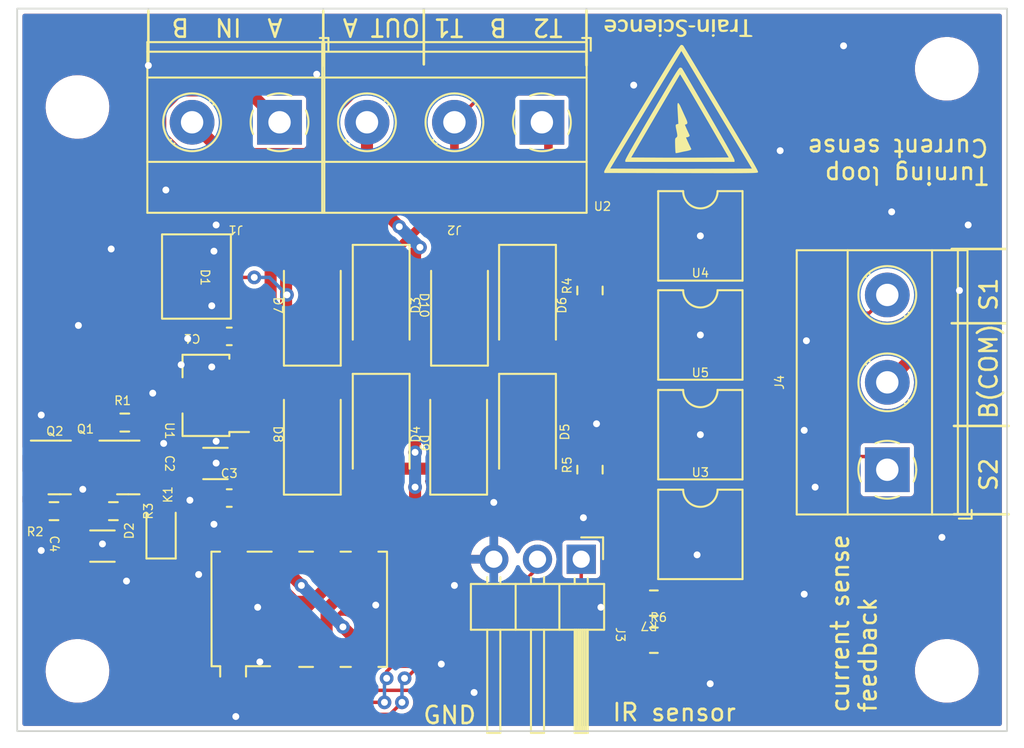
<source format=kicad_pcb>
(kicad_pcb (version 20221018) (generator pcbnew)
  (layers (0 "F.Cu" signal) (31 "B.Cu" signal) (34 "B.Paste" user) (35 "F.Paste" user) (36 "B.SilkS" user "B.Silkscreen") (37 "F.SilkS" user "F.Silkscreen") (38 "B.Mask" user) (39 "F.Mask" user) (44 "Edge.Cuts" user))
  (net 0 "")
  (net 1 "VCC")
  (net 2 "GND")
  (net 3 "+12V")
  (net 4 "/DCC_A_OUT")
  (net 5 "/DCC_B_OUT")
  (net 6 "/DCC_B_IN")
  (net 7 "/DCC_A_IN")
  (net 8 "Net-(D2-A)")
  (net 9 "Net-(J3-Pin_1)")
  (net 10 "Net-(Q1-B)")
  (net 11 "Net-(Q2-B)")
  (net 12 "Net-(C4-Pad1)")
  (net 13 "/S1")
  (net 14 "/S2")
  (net 15 "Net-(D3-A)")
  (net 16 "Net-(D5-K)")
  (net 17 "Net-(D7-K)")
  (net 18 "Net-(D10-K)")
  (net 19 "Net-(R4-Pad2)")
  (net 20 "Net-(R5-Pad2)")
  (net 21 "Net-(R6-Pad2)")
  (net 22 "Net-(R7-Pad1)")
  (net 23 "/T1")
  (net 24 "/T2")
  (footprint "Capacitor_SMD:C_0603_1608Metric" (layer "F.Cu") (at 131.318 51.054)
    (fp_text reference "C1" (at -2.159 0.127 180 unlocked) (layer "F.SilkS") (effects (font (size 0.5 0.5) (thickness 0.075))))
    (fp_text value "100nF")
    (pad "1" smd roundrect (at -0.775 0) (size 0.9 0.95) (layers "F.Cu" "F.Paste" "F.Mask") (net 2 "GND"))
    (pad "2" smd roundrect (at 0.775 0) (size 0.9 0.95) (layers "F.Cu" "F.Paste" "F.Mask") (net 1 "VCC"))
  )
  (footprint "MountingHole:MountingHole_3.2mm_M3" (layer "F.Cu") (at 173 70.5)
    (fp_text reference "REF**" hide)
    (fp_text value "MountingHole_3.2mm_M3")
    (pad "" np_thru_hole circle (at 0 0) (size 3.2 3.2) (drill 3.2) (layers "*.Cu" "*.Mask"))
  )
  (footprint "Diode_SMD:D_SMA" (layer "F.Cu") (at 144.694 49.244 90)
    (fp_text reference "D10" (at 0 -2.05 270 unlocked) (layer "F.SilkS") (effects (font (size 0.5 0.5) (thickness 0.075))))
    (fp_text value "D")
    (pad "1" smd roundrect (at -2 0 90) (size 2.5 1.8) (layers "F.Cu" "F.Paste" "F.Mask") (roundrect_rratio 0.1388888889) (net 18 "Net-(D10-K)"))
    (pad "2" smd roundrect (at 2 0 90) (size 2.5 1.8) (layers "F.Cu" "F.Paste" "F.Mask") (roundrect_rratio 0.1388888889) (net 24 "/T2"))
  )
  (footprint "custom_kicad_lib_sk:R_0805_handsolder-smalltext" (layer "F.Cu") (at 152.273 58.801 90)
    (fp_text reference "R5" (at 0.275 -1.325 90) (layer "F.SilkS") (effects (font (size 0.5 0.5) (thickness 0.075))))
    (fp_text value "47R")
    (pad "1" smd roundrect (at -1 0 90) (size 1.2 1.4) (layers "F.Cu" "F.Paste" "F.Mask") (roundrect_rratio 0.208333) (net 5 "/DCC_B_OUT"))
    (pad "2" smd roundrect (at 1 0 90) (size 1.2 1.4) (layers "F.Cu" "F.Paste" "F.Mask") (roundrect_rratio 0.208333) (net 20 "Net-(R5-Pad2)"))
  )
  (footprint "Connector_PinHeader_2.54mm:PinHeader_1x03_P2.54mm_Horizontal" (layer "F.Cu") (at 151.765 64.008 -90)
    (fp_text reference "J3" (at 4.385 -2.27 -90 unlocked) (layer "F.SilkS") (effects (font (size 0.5 0.5) (thickness 0.075))))
    (fp_text value "Conn_01x03_Male")
    (pad "1" thru_hole rect (at 0 0 270) (size 1.7 1.7) (drill 1) (layers "*.Cu" "*.Mask") (net 9 "Net-(J3-Pin_1)"))
    (pad "2" thru_hole oval (at 0 2.54 270) (size 1.7 1.7) (drill 1) (layers "*.Cu" "*.Mask") (net 3 "+12V"))
    (pad "3" thru_hole oval (at 0 5.08 270) (size 1.7 1.7) (drill 1) (layers "*.Cu" "*.Mask") (net 2 "GND"))
  )
  (footprint "MountingHole:MountingHole_3.2mm_M3" (layer "F.Cu") (at 122.5 37.719)
    (fp_text reference "REF**" hide)
    (fp_text value "MountingHole_3.2mm_M3")
    (pad "" np_thru_hole circle (at 0 0) (size 3.2 3.2) (drill 3.2) (layers "F&B.Cu" "*.Mask"))
  )
  (footprint "TerminalBlock_Phoenix:TerminalBlock_Phoenix_MKDS-1,5-3-5.08_1x03_P5.08mm_Horizontal" (layer "F.Cu") (at 169.545 58.806 90)
    (fp_text reference "J4" (at 5.08 -6.26 90 unlocked) (layer "F.SilkS") (effects (font (size 0.5 0.5) (thickness 0.075))))
    (fp_text value "DCC_OUT")
    (pad "1" thru_hole rect (at 0 0 90) (size 2.6 2.6) (drill 1.3) (layers "*.Cu" "*.Mask") (net 14 "/S2"))
    (pad "2" thru_hole circle (at 5.08 0 90) (size 2.6 2.6) (drill 1.3) (layers "*.Cu" "*.Mask") (net 6 "/DCC_B_IN"))
    (pad "3" thru_hole circle (at 10.16 0 90) (size 2.6 2.6) (drill 1.3) (layers "*.Cu" "*.Mask") (net 13 "/S1"))
  )
  (footprint "TerminalBlock_Phoenix:TerminalBlock_Phoenix_MKDS-1,5-3-5.08_1x03_P5.08mm_Horizontal" (layer "F.Cu") (at 149.479 38.608 180)
    (fp_text reference "J2" (at 5.08 -6.26 180 unlocked) (layer "F.SilkS") (effects (font (size 0.5 0.5) (thickness 0.075))))
    (fp_text value "DCC_OUT")
    (pad "1" thru_hole rect (at 0 0 180) (size 2.6 2.6) (drill 1.3) (layers "*.Cu" "*.Mask") (net 24 "/T2"))
    (pad "2" thru_hole circle (at 5.08 0 180) (size 2.6 2.6) (drill 1.3) (layers "*.Cu" "*.Mask") (net 23 "/T1"))
    (pad "3" thru_hole circle (at 10.16 0 180) (size 2.6 2.6) (drill 1.3) (layers "*.Cu" "*.Mask") (net 4 "/DCC_A_OUT"))
  )
  (footprint "Diode_SMD:D_SMA" (layer "F.Cu") (at 148.644 56.744 -90)
    (fp_text reference "D5" (at -0.134 -2.168 90 unlocked) (layer "F.SilkS") (effects (font (size 0.5 0.5) (thickness 0.075))))
    (fp_text value "D")
    (pad "1" smd roundrect (at -2 0 270) (size 2.5 1.8) (layers "F.Cu" "F.Paste" "F.Mask") (roundrect_rratio 0.1388888889) (net 16 "Net-(D5-K)"))
    (pad "2" smd roundrect (at 2 0 270) (size 2.5 1.8) (layers "F.Cu" "F.Paste" "F.Mask") (roundrect_rratio 0.1388888889) (net 5 "/DCC_B_OUT"))
  )
  (footprint "custom_kicad_lib_sk:R_0603_smalltext" (layer "F.Cu") (at 121.1345 61.214)
    (fp_text reference "R2" (at -1.092 1.199 unlocked) (layer "F.SilkS") (effects (font (size 0.5 0.5) (thickness 0.075))))
    (fp_text value "4k7")
    (pad "1" smd roundrect (at -0.9125 0) (size 0.975 0.95) (layers "F.Cu" "F.Paste" "F.Mask") (net 11 "Net-(Q2-B)"))
    (pad "2" smd roundrect (at 0.9125 0) (size 0.975 0.95) (layers "F.Cu" "F.Paste" "F.Mask") (net 12 "Net-(C4-Pad1)"))
  )
  (footprint "custom_kicad_lib_sk:Train-Science logo small" (layer "F.Cu") (at 157.5 37 180)
    (fp_text reference "G***" hide)
    (fp_text value "LOGO" hide)
  )
  (footprint "MountingHole:MountingHole_3.2mm_M3" (layer "F.Cu") (at 122.5 70.5)
    (fp_text reference "REF**" hide)
    (fp_text value "MountingHole_3.2mm_M3")
    (pad "" np_thru_hole circle (at 0 0) (size 3.2 3.2) (drill 3.2) (layers "F&B.Cu" "*.Mask"))
  )
  (footprint "Diode_SMD:D_SOD-323" (layer "F.Cu") (at 127.3575 62.357 90)
    (fp_text reference "D2" (at 0 -1.85 90 unlocked) (layer "F.SilkS") (effects (font (size 0.5 0.5) (thickness 0.075))))
    (fp_text value "1N4148WS")
    (pad "1" smd roundrect (at -1.05 0 90) (size 0.6 0.45) (layers "F.Cu" "F.Paste" "F.Mask") (net 3 "+12V"))
    (pad "2" smd roundrect (at 1.05 0 90) (size 0.6 0.45) (layers "F.Cu" "F.Paste" "F.Mask") (net 8 "Net-(D2-A)"))
  )
  (footprint "custom_kicad_lib_sk:MB10s" (layer "F.Cu") (at 129.413 47.625 -90)
    (fp_text reference "D1" (at 0 -0.5 -90 unlocked) (layer "F.SilkS") (effects (font (size 0.5 0.5) (thickness 0.075))))
    (fp_text value "MB10S")
    (pad "1" smd roundrect (at 1.275 -2.7715 180) (size 1.343 0.85) (layers "F.Cu" "F.Paste" "F.Mask") (net 1 "VCC"))
    (pad "2" smd roundrect (at -1.27 -2.7715 180) (size 1.343 0.84) (layers "F.Cu" "F.Paste" "F.Mask") (net 2 "GND"))
    (pad "3" smd roundrect (at -1.27 2.8215 180) (size 1.443 0.84) (layers "F.Cu" "F.Paste" "F.Mask") (net 7 "/DCC_A_IN"))
    (pad "4" smd roundrect (at 1.27 2.8215 180) (size 1.443 0.84) (layers "F.Cu" "F.Paste" "F.Mask") (net 6 "/DCC_B_IN"))
  )
  (footprint "Package_DIP:SMDIP-4_W7.62mm" (layer "F.Cu") (at 158.686 45.212)
    (fp_text reference "U2" (at -5.686 -1.712 unlocked) (layer "F.SilkS") (effects (font (size 0.5 0.5) (thickness 0.075))))
    (fp_text value "EL817S")
    (pad "1" smd rect (at -3.81 -1.27) (size 2 1.78) (layers "F.Cu" "F.Paste" "F.Mask") (net 23 "/T1"))
    (pad "2" smd rect (at -3.81 1.27) (size 2 1.78) (layers "F.Cu" "F.Paste" "F.Mask") (net 19 "Net-(R4-Pad2)"))
    (pad "3" smd rect (at 3.81 1.27) (size 2 1.78) (layers "F.Cu" "F.Paste" "F.Mask") (net 13 "/S1"))
    (pad "4" smd rect (at 3.81 -1.27) (size 2 1.78) (layers "F.Cu" "F.Paste" "F.Mask") (net 21 "Net-(R6-Pad2)"))
  )
  (footprint "Diode_SMD:D_SMA" (layer "F.Cu") (at 144.644 56.744 90)
    (fp_text reference "D9" (at -0.5 -2 270 unlocked) (layer "F.SilkS") (effects (font (size 0.5 0.5) (thickness 0.075))))
    (fp_text value "D")
    (pad "1" smd roundrect (at -2 0 90) (size 2.5 1.8) (layers "F.Cu" "F.Paste" "F.Mask") (roundrect_rratio 0.1388888889) (net 5 "/DCC_B_OUT"))
    (pad "2" smd roundrect (at 2 0 90) (size 2.5 1.8) (layers "F.Cu" "F.Paste" "F.Mask") (roundrect_rratio 0.1388888889) (net 18 "Net-(D10-K)"))
  )
  (footprint "custom_kicad_lib_sk:R_0805_handsolder-smalltext" (layer "F.Cu") (at 155.983 68.718)
    (fp_text reference "R6" (at 0.275 -1.325 unlocked) (layer "F.SilkS") (effects (font (size 0.5 0.5) (thickness 0.075))))
    (fp_text value "3k3")
    (pad "1" smd roundrect (at -1 0) (size 1.2 1.4) (layers "F.Cu" "F.Paste" "F.Mask") (roundrect_rratio 0.208333) (net 7 "/DCC_A_IN"))
    (pad "2" smd roundrect (at 1 0) (size 1.2 1.4) (layers "F.Cu" "F.Paste" "F.Mask") (roundrect_rratio 0.208333) (net 21 "Net-(R6-Pad2)"))
  )
  (footprint "Package_TO_SOT_SMD:SOT-23" (layer "F.Cu") (at 125.4525 58.674)
    (fp_text reference "Q1" (at -2.489 -2.23 unlocked) (layer "F.SilkS") (effects (font (size 0.5 0.5) (thickness 0.075))))
    (fp_text value "NPN_TOR")
    (pad "1" smd roundrect (at -0.9375 -0.95) (size 1.475 0.6) (layers "F.Cu" "F.Paste" "F.Mask") (net 10 "Net-(Q1-B)"))
    (pad "2" smd roundrect (at -0.9375 0.95) (size 1.475 0.6) (layers "F.Cu" "F.Paste" "F.Mask") (net 2 "GND"))
    (pad "3" smd roundrect (at 0.9375 0) (size 1.475 0.6) (layers "F.Cu" "F.Paste" "F.Mask") (net 8 "Net-(D2-A)"))
  )
  (footprint "Package_DIP:SMDIP-4_W7.62mm" (layer "F.Cu") (at 158.686 62.565)
    (fp_text reference "U3" (at 0 -3.6 unlocked) (layer "F.SilkS") (effects (font (size 0.5 0.5) (thickness 0.075))))
    (fp_text value "EL817S")
    (pad "1" smd rect (at -3.81 -1.27) (size 2 1.78) (layers "F.Cu" "F.Paste" "F.Mask") (net 20 "Net-(R5-Pad2)"))
    (pad "2" smd rect (at -3.81 1.27) (size 2 1.78) (layers "F.Cu" "F.Paste" "F.Mask") (net 24 "/T2"))
    (pad "3" smd rect (at 3.81 1.27) (size 2 1.78) (layers "F.Cu" "F.Paste" "F.Mask") (net 22 "Net-(R7-Pad1)"))
    (pad "4" smd rect (at 3.81 -1.27) (size 2 1.78) (layers "F.Cu" "F.Paste" "F.Mask") (net 14 "/S2"))
  )
  (footprint "Package_TO_SOT_SMD:SOT-23" (layer "F.Cu") (at 121.467 58.674)
    (fp_text reference "Q2" (at -0.2815 -2.103 unlocked) (layer "F.SilkS") (effects (font (size 0.5 0.5) (thickness 0.075))))
    (fp_text value "NPN_TOR")
    (pad "1" smd roundrect (at -0.9375 -0.95) (size 1.475 0.6) (layers "F.Cu" "F.Paste" "F.Mask") (net 11 "Net-(Q2-B)"))
    (pad "2" smd roundrect (at -0.9375 0.95) (size 1.475 0.6) (layers "F.Cu" "F.Paste" "F.Mask") (net 2 "GND"))
    (pad "3" smd roundrect (at 0.9375 0) (size 1.475 0.6) (layers "F.Cu" "F.Paste" "F.Mask") (net 10 "Net-(Q1-B)"))
  )
  (footprint "Capacitor_SMD:C_1206_3216Metric" (layer "F.Cu") (at 123.952 63.246)
    (fp_text reference "C4" (at -2.794 -0.127 -90 unlocked) (layer "F.SilkS") (effects (font (size 0.5 0.5) (thickness 0.075))))
    (fp_text value "22uF")
    (pad "1" smd roundrect (at -1.475 0) (size 1.15 1.8) (layers "F.Cu" "F.Paste" "F.Mask") (roundrect_rratio 0.217391) (net 12 "Net-(C4-Pad1)"))
    (pad "2" smd roundrect (at 1.475 0) (size 1.15 1.8) (layers "F.Cu" "F.Paste" "F.Mask") (roundrect_rratio 0.217391) (net 2 "GND"))
  )
  (footprint "TerminalBlock_Phoenix:TerminalBlock_Phoenix_MKDS-1,5-2-5.08_1x02_P5.08mm_Horizontal" (layer "F.Cu") (at 134.239 38.608 180)
    (fp_text reference "J1" (at 2.54 -6.26 180 unlocked) (layer "F.SilkS") (effects (font (size 0.5 0.5) (thickness 0.075))))
    (fp_text value "DCC_IN")
    (pad "1" thru_hole rect (at 0 0 180) (size 2.6 2.6) (drill 1.3) (layers "*.Cu" "*.Mask") (net 7 "/DCC_A_IN"))
    (pad "2" thru_hole circle (at 5.08 0 180) (size 2.6 2.6) (drill 1.3) (layers "*.Cu" "*.Mask") (net 6 "/DCC_B_IN"))
  )
  (footprint "Package_DIP:SMDIP-4_W7.62mm" (layer "F.Cu") (at 158.686 50.973)
    (fp_text reference "U4" (at 0 -3.6 unlocked) (layer "F.SilkS") (effects (font (size 0.5 0.5) (thickness 0.075))))
    (fp_text value "EL817S")
    (pad "1" smd rect (at -3.81 -1.27) (size 2 1.78) (layers "F.Cu" "F.Paste" "F.Mask") (net 19 "Net-(R4-Pad2)"))
    (pad "2" smd rect (at -3.81 1.27) (size 2 1.78) (layers "F.Cu" "F.Paste" "F.Mask") (net 23 "/T1"))
    (pad "3" smd rect (at 3.81 1.27) (size 2 1.78) (layers "F.Cu" "F.Paste" "F.Mask") (net 21 "Net-(R6-Pad2)"))
    (pad "4" smd rect (at 3.81 -1.27) (size 2 1.78) (layers "F.Cu" "F.Paste" "F.Mask") (net 13 "/S1"))
  )
  (footprint "Diode_SMD:D_SMA" (layer "F.Cu") (at 136.144 49.244 90)
    (fp_text reference "D7" (at 0 -2 270 unlocked) (layer "F.SilkS") (effects (font (size 0.5 0.5) (thickness 0.075))))
    (fp_text value "D")
    (pad "1" smd roundrect (at -2 0 90) (size 2.5 1.8) (layers "F.Cu" "F.Paste" "F.Mask") (roundrect_rratio 0.1388888889) (net 17 "Net-(D7-K)"))
    (pad "2" smd roundrect (at 2 0 90) (size 2.5 1.8) (layers "F.Cu" "F.Paste" "F.Mask") (roundrect_rratio 0.1388888889) (net 23 "/T1"))
  )
  (footprint "Package_DIP:SMDIP-4_W7.62mm" (layer "F.Cu") (at 158.686 56.769)
    (fp_text reference "U5" (at 0 -3.6 unlocked) (layer "F.SilkS") (effects (font (size 0.5 0.5) (thickness 0.075))))
    (fp_text value "EL817S")
    (pad "1" smd rect (at -3.81 -1.27) (size 2 1.78) (layers "F.Cu" "F.Paste" "F.Mask") (net 24 "/T2"))
    (pad "2" smd rect (at -3.81 1.27) (size 2 1.78) (layers "F.Cu" "F.Paste" "F.Mask") (net 20 "Net-(R5-Pad2)"))
    (pad "3" smd rect (at 3.81 1.27) (size 2 1.78) (layers "F.Cu" "F.Paste" "F.Mask") (net 14 "/S2"))
    (pad "4" smd rect (at 3.81 -1.27) (size 2 1.78) (layers "F.Cu" "F.Paste" "F.Mask") (net 22 "Net-(R7-Pad1)"))
  )
  (footprint "custom_kicad_lib_sk:R_0805_handsolder-smalltext" (layer "F.Cu") (at 152.273 48.387 90)
    (fp_text reference "R4" (at 0.275 -1.325 90) (layer "F.SilkS") (effects (font (size 0.5 0.5) (thickness 0.075))))
    (fp_text value "47R")
    (pad "1" smd roundrect (at -1 0 90) (size 1.2 1.4) (layers "F.Cu" "F.Paste" "F.Mask") (roundrect_rratio 0.208333) (net 5 "/DCC_B_OUT"))
    (pad "2" smd roundrect (at 1 0 90) (size 1.2 1.4) (layers "F.Cu" "F.Paste" "F.Mask") (roundrect_rratio 0.208333) (net 19 "Net-(R4-Pad2)"))
  )
  (footprint "Diode_SMD:D_SMA" (layer "F.Cu") (at 140.144 56.744 -90)
    (fp_text reference "D4" (at 0 -2 90 unlocked) (layer "F.SilkS") (effects (font (size 0.5 0.5) (thickness 0.075))))
    (fp_text value "D")
    (pad "1" smd roundrect (at -2 0 270) (size 2.5 1.8) (layers "F.Cu" "F.Paste" "F.Mask") (roundrect_rratio 0.1388888889) (net 15 "Net-(D3-A)"))
    (pad "2" smd roundrect (at 2 0 270) (size 2.5 1.8) (layers "F.Cu" "F.Paste" "F.Mask") (roundrect_rratio 0.1388888889) (net 5 "/DCC_B_OUT"))
  )
  (footprint "Capacitor_SMD:C_0603_1608Metric" (layer "F.Cu") (at 131.318 60.452)
    (fp_text reference "C3" (at 0 -1.43 unlocked) (layer "F.SilkS") (effects (font (size 0.5 0.5) (thickness 0.075))))
    (fp_text value "100nF")
    (pad "1" smd roundrect (at -0.775 0) (size 0.9 0.95) (layers "F.Cu" "F.Paste" "F.Mask") (net 2 "GND"))
    (pad "2" smd roundrect (at 0.775 0) (size 0.9 0.95) (layers "F.Cu" "F.Paste" "F.Mask") (net 3 "+12V"))
  )
  (footprint "Diode_SMD:D_SMA" (layer "F.Cu") (at 136.144 56.744 90)
    (fp_text reference "D8" (at 0 -2 270 unlocked) (layer "F.SilkS") (effects (font (size 0.5 0.5) (thickness 0.075))))
    (fp_text value "D")
    (pad "1" smd roundrect (at -2 0 90) (size 2.5 1.8) (layers "F.Cu" "F.Paste" "F.Mask") (roundrect_rratio 0.1388888889) (net 5 "/DCC_B_OUT"))
    (pad "2" smd roundrect (at 2 0 90) (size 2.5 1.8) (layers "F.Cu" "F.Paste" "F.Mask") (roundrect_rratio 0.1388888889) (net 17 "Net-(D7-K)"))
  )
  (footprint "Diode_SMD:D_SMA" (layer "F.Cu") (at 140.144 49.244 -90)
    (fp_text reference "D3" (at 0 -2 90 unlocked) (layer "F.SilkS") (effects (font (size 0.5 0.5) (thickness 0.075))))
    (fp_text value "D")
    (pad "1" smd roundrect (at -2 0 270) (size 2.5 1.8) (layers "F.Cu" "F.Paste" "F.Mask") (roundrect_rratio 0.1388888889) (net 23 "/T1"))
    (pad "2" smd roundrect (at 2 0 270) (size 2.5 1.8) (layers "F.Cu" "F.Paste" "F.Mask") (roundrect_rratio 0.1388888889) (net 15 "Net-(D3-A)"))
  )
  (footprint "Relay_SMD:Relay_DPDT_Omron_G6K-2F-Y" (layer "F.Cu") (at 135.382 66.929 90)
    (fp_text reference "K1" (at 6.675 -7.6235 90 unlocked) (layer "F.SilkS") (effects (font (size 0.5 0.5) (thickness 0.075))))
    (fp_text value "G6K-2F-Y-TR DC5")
    (pad "1" smd rect (at -3.5 -3.8 90) (size 1.8 0.8) (layers "F.Cu" "F.Paste" "F.Mask") (net 3 "+12V"))
    (pad "2" smd rect (at -3.5 -0.6 90) (size 1.8 0.8) (layers "F.Cu" "F.Paste" "F.Mask") (net 7 "/DCC_A_IN"))
    (pad "3" smd rect (at -3.5 1.6 90) (size 1.8 0.8) (layers "F.Cu" "F.Paste" "F.Mask") (net 4 "/DCC_A_OUT"))
    (pad "4" smd rect (at -3.5 3.8 90) (size 1.8 0.8) (layers "F.Cu" "F.Paste" "F.Mask") (net 6 "/DCC_B_IN"))
    (pad "5" smd rect (at 3.5 3.8 90) (size 1.8 0.8) (layers "F.Cu" "F.Paste" "F.Mask") (net 7 "/DCC_A_IN"))
    (pad "6" smd rect (at 3.5 1.6 90) (size 1.8 0.8) (layers "F.Cu" "F.Paste" "F.Mask") (net 5 "/DCC_B_OUT"))
    (pad "7" smd rect (at 3.5 -0.6 90) (size 1.8 0.8) (layers "F.Cu" "F.Paste" "F.Mask") (net 6 "/DCC_B_IN"))
    (pad "8" smd rect (at 3.5 -3.8 90) (size 1.8 0.8) (layers "F.Cu" "F.Paste" "F.Mask") (net 8 "Net-(D2-A)"))
  )
  (footprint "MountingHole:MountingHole_3.2mm_M3" (layer "F.Cu") (at 173 35.5)
    (fp_text reference "REF**" hide)
    (fp_text value "MountingHole_3.2mm_M3")
    (pad "" np_thru_hole circle (at 0 0) (size 3.2 3.2) (drill 3.2) (layers "F&B.Cu" "*.Mask"))
  )
  (footprint "custom_kicad_lib_sk:R_0805_handsolder-smalltext" (layer "F.Cu") (at 155.983 66.559 180)
    (fp_text reference "R7" (at 0.275 -1.325 180 unlocked) (layer "F.SilkS") (effects (font (size 0.5 0.5) (thickness 0.075))))
    (fp_text value "3k3")
    (pad "1" smd roundrect (at -1 0 180) (size 1.2 1.4) (layers "F.Cu" "F.Paste" "F.Mask") (roundrect_rratio 0.208333) (net 22 "Net-(R7-Pad1)"))
    (pad "2" smd roundrect (at 1 0 180) (size 1.2 1.4) (layers "F.Cu" "F.Paste" "F.Mask") (roundrect_rratio 0.208333) (net 7 "/DCC_A_IN"))
  )
  (footprint "custom_kicad_lib_sk:R_0603_smalltext" (layer "F.Cu") (at 124.587 61.214)
    (fp_text reference "R3" (at 2.032 0 90 unlocked) (layer "F.SilkS") (effects (font (size 0.5 0.5) (thickness 0.075))))
    (fp_text value "4k7")
    (pad "1" smd roundrect (at -0.9125 0) (size 0.975 0.95) (layers "F.Cu" "F.Paste" "F.Mask") (net 12 "Net-(C4-Pad1)"))
    (pad "2" smd roundrect (at 0.9125 0) (size 0.975 0.95) (layers "F.Cu" "F.Paste" "F.Mask") (net 9 "Net-(J3-Pin_1)"))
  )
  (footprint "Diode_SMD:D_SMA" (layer "F.Cu") (at 148.644 49.244 -90)
    (fp_text reference "D6" (at 0 -2 90 unlocked) (layer "F.SilkS") (effects (font (size 0.5 0.5) (thickness 0.075))))
    (fp_text value "D")
    (pad "1" smd roundrect (at -2 0 270) (size 2.5 1.8) (layers "F.Cu" "F.Paste" "F.Mask") (roundrect_rratio 0.1388888889) (net 24 "/T2"))
    (pad "2" smd roundrect (at 2 0 270) (size 2.5 1.8) (layers "F.Cu" "F.Paste" "F.Mask") (roundrect_rratio 0.1388888889) (net 16 "Net-(D5-K)"))
  )
  (footprint "custom_kicad_lib_sk:R_0603_smalltext" (layer "F.Cu") (at 125.2495 56.063 180)
    (fp_text reference "R1" (at 0.127 1.27 unlocked) (layer "F.SilkS") (effects (font (size 0.5 0.5) (thickness 0.075))))
    (fp_text value "10k")
    (pad "1" smd roundrect (at -0.9125 0 180) (size 0.975 0.95) (layers "F.Cu" "F.Paste" "F.Mask") (net 3 "+12V"))
    (pad "2" smd roundrect (at 0.9125 0 180) (size 0.975 0.95) (layers "F.Cu" "F.Paste" "F.Mask") (net 10 "Net-(Q1-B)"))
  )
  (footprint "Package_TO_SOT_SMD:SOT-89-3" (layer "F.Cu") (at 129.9635 54.483 180)
    (fp_text reference "U1" (at 2.114 -2.056 270 unlocked) (layer "F.SilkS") (effects (font (size 0.5 0.5) (thickness 0.075))))
    (fp_text value "L78L12_SOT89")
    (pad "1" smd rect (at -1.95 -1.5 180) (size 1.3 0.9) (layers "F.Cu" "F.Paste" "F.Mask") (net 3 "+12V"))
    (pad "2" smd custom (at -1.8625 0 180) (size 1.475 0.9) (layers "F.Cu" "F.Paste" "F.Mask") (net 2 "GND") (options (clearance outline) (anchor rect)) (primitives (gr_poly (pts (xy 3.8625 0.8665) (xy 0.7375 0.8665) (xy 0.7375 -0.8665) (xy 3.8625 -0.8665)) (width 0) (fill yes))))
    (pad "3" smd rect (at -1.95 1.5 180) (size 1.3 0.9) (layers "F.Cu" "F.Paste" "F.Mask") (net 1 "VCC"))
  )
  (footprint "Capacitor_SMD:C_1206_3216Metric" (layer "F.Cu") (at 130.5165 58.444 180)
    (fp_text reference "C2" (at 2.667 0 270 unlocked) (layer "F.SilkS") (effects (font (size 0.5 0.5) (thickness 0.075))))
    (fp_text value "22uF")
    (pad "1" smd roundrect (at -1.475 0 180) (size 1.15 1.8) (layers "F.Cu" "F.Paste" "F.Mask") (roundrect_rratio 0.217391) (net 3 "+12V"))
    (pad "2" smd roundrect (at 1.475 0 180) (size 1.15 1.8) (layers "F.Cu" "F.Paste" "F.Mask") (roundrect_rratio 0.217391) (net 2 "GND"))
  )
  (gr_line (start 176.4665 50.292) (end 173.2915 50.292) (stroke (width 0.15)) (layer "F.SilkS"))
  (gr_line (start 176.5935 61.396) (end 173.4185 61.396) (stroke (width 0.15)) (layer "F.SilkS"))
  (gr_line (start 136.779 35.306) (end 136.779 32.131) (stroke (width 0.15)) (layer "F.SilkS"))
  (gr_line (start 126.619 32.131) (end 126.619 35.052) (stroke (width 0.15)) (layer "F.SilkS"))
  (gr_line (start 152.069 35.2955) (end 152.069 32.1205) (stroke (width 0.15)) (layer "F.SilkS"))
  (gr_line (start 176.5935 56.261) (end 173.4185 56.261) (stroke (width 0.15)) (layer "F.SilkS"))
  (gr_line (start 176.4665 45.974) (end 173.2915 45.974) (stroke (width 0.15)) (layer "F.SilkS"))
  (gr_line (start 142.621 35.2425) (end 142.621 32.0675) (stroke (width 0.15)) (layer "F.SilkS"))
  (gr_rect (start 119 32) (end 176.5 74) (stroke (width 0.1)) (fill none) (layer "Edge.Cuts"))
  (gr_text "current sense\nfeedback" (at 169 73 90) (layer "F.SilkS") (effects (font (size 1 1)) (justify left bottom)))
  (gr_text "T2  B  T1" (at 146.939 32.512 180) (layer "F.SilkS") (effects (font (size 1 1)) (justify bottom)))
  (gr_text "GND" (at 142.5 73.66) (layer "F.SilkS") (effects (font (size 1 1)) (justify left bottom)))
  (gr_text "Turning loop\nCurrent sense" (at 175.5 39.5 180) (layer "F.SilkS") (effects (font (size 1 1)) (justify left bottom)))
  (gr_text "OUT A" (at 142.494 32.5 180) (layer "F.SilkS") (effects (font (size 1 1)) (justify left bottom)))
  (gr_text "IR sensor" (at 153.5 73.5) (layer "F.SilkS") (effects (font (size 1 1)) (justify left bottom)))
  (gr_text "S2   B(COM) S1" (at 176.022 53.848 90) (layer "F.SilkS") (effects (font (size 1 1)) (justify bottom)))
  (gr_text "A  IN  B" (at 134.5 32.5 180) (layer "F.SilkS") (effects (font (size 1 1)) (justify left bottom)))
  (segment (start 132.1845 48.9) (end 132.1845 50.9625) (width 0.2) (layer "F.Cu") (net 1))
  (segment (start 132.1845 50.9625) (end 132.093 51.054) (width 0.2) (layer "F.Cu") (net 1))
  (segment (start 131.9135 51.2335) (end 132.093 51.054) (width 0.25) (layer "F.Cu") (net 1))
  (segment (start 131.9135 52.983) (end 131.9135 51.2335) (width 0.25) (layer "F.Cu") (net 1))
  (segment (start 120.028 60.439) (end 119.74936 60.439) (width 0.2) (layer "F.Cu") (net 2))
  (segment (start 119.492 60.69636) (end 119.492 59.69) (width 0.2) (layer "F.Cu") (net 2))
  (segment (start 119.4345 62.5385) (end 120.396 63.5) (width 0.2) (layer "F.Cu") (net 2))
  (segment (start 120.5295 59.624) (end 120.5295 59.9375) (width 0.2) (layer "F.Cu") (net 2))
  (segment (start 119.4345 60.75386) (end 119.492 60.69636) (width 0.2) (layer "F.Cu") (net 2))
  (segment (start 119.4345 60.75386) (end 119.4345 62.5385) (width 0.2) (layer "F.Cu") (net 2))
  (segment (start 120.5295 59.624) (end 120.5295 59.097896) (width 0.2) (layer "F.Cu") (net 2))
  (segment (start 120.5295 59.9375) (end 120.028 60.439) (width 0.2) (layer "F.Cu") (net 2))
  (segment (start 119.558 59.624) (end 119.492 59.69) (width 0.2) (layer "F.Cu") (net 2))
  (segment (start 120.5295 59.624) (end 119.558 59.624) (width 0.2) (layer "F.Cu") (net 2))
  (segment (start 119.492 59.69) (end 119.492 57.912) (width 0.2) (layer "F.Cu") (net 2))
  (segment (start 119.492 57.912) (end 119.492 56.53) (width 0.2) (layer "F.Cu") (net 2))
  (segment (start 119.74936 60.439) (end 119.4345 60.75386) (width 0.2) (layer "F.Cu") (net 2))
  (segment (start 120.5295 59.097896) (end 119.492 58.060396) (width 0.2) (layer "F.Cu") (net 2))
  (segment (start 119.492 56.53) (end 120.396 55.626) (width 0.2) (layer "F.Cu") (net 2))
  (segment (start 119.492 58.060396) (end 119.492 57.912) (width 0.2) (layer "F.Cu") (net 2))
  (via (at 130.556 44.577) (size 0.8) (drill 0.4) (layers "F.Cu" "B.Cu") (net 2))
  (via (at 131.699 73.152) (size 0.8) (drill 0.4) (layers "F.Cu" "B.Cu") (net 2))
  (via (at 159.258 71.247) (size 0.8) (drill 0.4) (layers "F.Cu" "B.Cu") (net 2))
  (via (at 127.508 57.277) (size 0.8) (drill 0.4) (layers "F.Cu" "B.Cu") (net 2))
  (via (at 126.619 35.306) (size 0.8) (drill 0.4) (layers "F.Cu" "B.Cu") (net 2))
  (via (at 158.686 56.769) (size 0.8) (drill 0.4) (layers "F.Cu" "B.Cu") (net 2))
  (via (at 124.46 45.974) (size 0.8) (drill 0.4) (layers "F.Cu" "B.Cu") (net 2))
  (via (at 122.555 50.419) (size 0.8) (drill 0.4) (layers "F.Cu" "B.Cu") (net 2))
  (via (at 146.685 60.706) (size 0.8) (drill 0.4) (layers "F.Cu" "B.Cu") (net 2))
  (via (at 128.524 52.705) (size 0.8) (drill 0.4) (layers "F.Cu" "B.Cu") (net 2))
  (via (at 174.244 44.577) (size 0.8) (drill 0.4) (layers "F.Cu" "B.Cu") (net 2))
  (via (at 130.302 49.276) (size 0.8) (drill 0.4) (layers "F.Cu" "B.Cu") (net 2))
  (via (at 130.556 57.15) (size 0.8) (drill 0.4) (layers "F.Cu" "B.Cu") (net 2))
  (via (at 151.892 61.595) (size 0.8) (drill 0.4) (layers "F.Cu" "B.Cu") (net 2))
  (via (at 143.637 70.104) (size 0.8) (drill 0.4) (layers "F.Cu" "B.Cu") (net 2))
  (via (at 158.496 63.754) (size 0.8) (drill 0.4) (layers "F.Cu" "B.Cu") (net 2))
  (via (at 129.032 60.579) (size 0.8) (drill 0.4) (layers "F.Cu" "B.Cu") (net 2))
  (via (at 145.542 71.755) (size 0.8) (drill 0.4) (layers "F.Cu" "B.Cu") (net 2))
  (via (at 173.736 48.387) (size 0.8) (drill 0.4) (layers "F.Cu" "B.Cu") (net 2))
  (via (at 163.322 40.259) (size 0.8) (drill 0.4) (layers "F.Cu" "B.Cu") (net 2))
  (via (at 136.398 35.814) (size 0.8) (drill 0.4) (layers "F.Cu" "B.Cu") (net 2))
  (via (at 126.873 54.356) (size 0.8) (drill 0.4) (layers "F.Cu" "B.Cu") (net 2))
  (via (at 127.635 42.545) (size 0.8) (drill 0.4) (layers "F.Cu" "B.Cu") (net 2))
  (via (at 132.969 66.802) (size 0.8) (drill 0.4) (layers "F.Cu" "B.Cu") (net 2))
  (via (at 172.72 62.738) (size 0.8) (drill 0.4) (layers "F.Cu" "B.Cu") (net 2))
  (via (at 133.096 69.977) (size 0.8) (drill 0.4) (layers "F.Cu" "B.Cu") (net 2))
  (via (at 165.354 59.817) (size 0.8) (drill 0.4) (layers "F.Cu" "B.Cu") (net 2))
  (via (at 144.399 65.532) (size 0.8) (drill 0.4) (layers "F.Cu" "B.Cu") (net 2))
  (via (at 158.686 50.973) (size 0.8) (drill 0.4) (layers "F.Cu" "B.Cu") (net 2))
  (via (at 164.719 66.04) (size 0.8) (drill 0.4) (layers "F.Cu" "B.Cu") (net 2))
  (via (at 139.827 66.675) (size 0.8) (drill 0.4) (layers "F.Cu" "B.Cu") (net 2))
  (via (at 158.686 45.212) (size 0.8) (drill 0.4) (layers "F.Cu" "B.Cu") (net 2))
  (via (at 120.396 63.5) (size 0.8) (drill 0.4) (layers "F.Cu" "B.Cu") (net 2))
  (via (at 129.54 64.897) (size 0.8) (drill 0.4) (layers "F.Cu" "B.Cu") (net 2))
  (via (at 167.005 34.163) (size 0.8) (drill 0.4) (layers "F.Cu" "B.Cu") (net 2))
  (via (at 125.349 65.278) (size 0.8) (drill 0.4) (layers "F.Cu" "B.Cu") (net 2))
  (via (at 120.396 55.626) (size 0.8) (drill 0.4) (layers "F.Cu" "B.Cu") (net 2))
  (via (at 169.799 43.815) (size 0.8) (drill 0.4) (layers "F.Cu" "B.Cu") (net 2))
  (via (at 122.809 59.944) (size 0.8) (drill 0.4) (layers "F.Cu" "B.Cu") (net 2))
  (via (at 154.813 36.449) (size 0.8) (drill 0.4) (layers "F.Cu" "B.Cu") (net 2))
  (via (at 164.846 51.308) (size 0.8) (drill 0.4) (layers "F.Cu" "B.Cu") (net 2))
  (via (at 164.719 56.515) (size 0.8) (drill 0.4) (layers "F.Cu" "B.Cu") (net 2))
  (via (at 123.952 63.119) (size 0.8) (drill 0.4) (layers "F.Cu" "B.Cu") (net 2))
  (via (at 130.429 46.101) (size 0.8) (drill 0.4) (layers "F.Cu" "B.Cu") (net 2))
  (via (at 130.302 52.832) (size 0.8) (drill 0.4) (layers "F.Cu" "B.Cu") (net 2))
  (via (at 128.905 51.181) (size 0.8) (drill 0.4) (layers "F.Cu" "B.Cu") (net 2))
  (via (at 130.429 61.976) (size 0.8) (drill 0.4) (layers "F.Cu" "B.Cu") (net 2))
  (via (at 152.654 56.134) (size 0.8) (drill 0.4) (layers "F.Cu" "B.Cu") (net 2))
  (via (at 152.908 66.802) (size 0.8) (drill 0.4) (layers "F.Cu" "B.Cu") (net 2))
  (via (at 130.556 58.42) (size 0.8) (drill 0.4) (layers "F.Cu" "B.Cu") (net 2))
  (segment (start 128.3175 67.1645) (end 128.3175 64.367) (width 0.2) (layer "F.Cu") (net 3))
  (segment (start 126.242 55.983) (end 126.162 56.063) (width 0.25) (layer "F.Cu") (net 3))
  (segment (start 125.2495 58.984604) (end 126.7735 60.508604) (width 0.2) (layer "F.Cu") (net 3))
  (segment (start 131.582 70.429) (end 133.4815 72.3285) (width 0.2) (layer "F.Cu") (net 3))
  (segment (start 149.225 64.516) (end 149.225 64.008) (width 0.2) (layer "F.Cu") (net 3))
  (segment (start 126.7735 62.823) (end 127.3575 63.407) (width 0.2) (layer "F.Cu") (net 3))
  (segment (start 140.462 70.538) (end 140.7705 70.2295) (width 0.2) (layer "F.Cu") (net 3))
  (segment (start 131.9915 58.444) (end 131.9915 56.061) (width 0.25) (layer "F.Cu") (net 3))
  (segment (start 146.069001 65.894) (end 147.847 65.894) (width 0.2) (layer "F.Cu") (net 3))
  (segment (start 140.7705 70.2295) (end 141.733501 70.2295) (width 0.2) (layer "F.Cu") (net 3))
  (segment (start 133.4815 72.3285) (end 140.335 72.3285) (width 0.2) (layer "F.Cu") (net 3))
  (segment (start 131.9915 58.444) (end 131.9915 60.3505) (width 0.25) (layer "F.Cu") (net 3))
  (segment (start 131.9915 56.061) (end 131.9135 55.983) (width 0.25) (layer "F.Cu") (net 3))
  (segment (start 125.2495 58.440604) (end 125.2495 58.984604) (width 0.2) (layer "F.Cu") (net 3))
  (segment (start 126.162 56.063) (end 126.162 57.528104) (width 0.2) (layer "F.Cu") (net 3))
  (segment (start 126.162 57.528104) (end 125.2495 58.440604) (width 0.2) (layer "F.Cu") (net 3))
  (segment (start 141.733501 70.2295) (end 146.069001 65.894) (width 0.2) (layer "F.Cu") (net 3))
  (segment (start 147.847 65.894) (end 149.225 64.516) (width 0.2) (layer "F.Cu") (net 3))
  (segment (start 128.3175 64.367) (end 127.7045 63.754) (width 0.2) (layer "F.Cu") (net 3))
  (segment (start 140.462 70.9295) (end 140.462 70.538) (width 0.2) (layer "F.Cu") (net 3))
  (segment (start 127.7045 63.754) (end 127.3575 63.407) (width 0.25) (layer "F.Cu") (net 3))
  (segment (start 126.7735 60.508604) (end 126.7735 62.823) (width 0.2) (layer "F.Cu") (net 3))
  (segment (start 131.582 70.429) (end 128.3175 67.1645) (width 0.2) (layer "F.Cu") (net 3))
  (segment (start 131.9915 60.3505) (end 132.093 60.452) (width 0.25) (layer "F.Cu") (net 3))
  (segment (start 131.9135 55.983) (end 126.242 55.983) (width 0.25) (layer "F.Cu") (net 3))
  (via (at 140.335 72.3285) (size 0.8) (drill 0.4) (layers "F.Cu" "B.Cu") (net 3))
  (via (at 140.462 70.9295) (size 0.8) (drill 0.4) (layers "F.Cu" "B.Cu") (net 3))
  (segment (start 140.335 72.3285) (end 140.335 71.0565) (width 0.2) (layer "B.Cu") (net 3))
  (segment (start 140.335 71.0565) (end 140.462 70.9295) (width 0.2) (layer "B.Cu") (net 3))
  (segment (start 136.972 66.911792) (end 138.859792 65.024) (width 0.7) (layer "F.Cu") (net 4))
  (segment (start 142.113 57.7945) (end 142.113 46.159376) (width 0.7) (layer "F.Cu") (net 4))
  (segment (start 139.319 42.799) (end 139.319 38.608) (width 0.7) (layer "F.Cu") (net 4))
  (segment (start 142.113 46.159376) (end 142.396188 45.876188) (width 0.7) (layer "F.Cu") (net 4))
  (segment (start 136.982 70.429) (end 136.972 70.419) (width 0.7) (layer "F.Cu") (net 4))
  (segment (start 139.954 65.024) (end 142.113 62.865) (width 0.7) (layer "F.Cu") (net 4))
  (segment (start 138.859792 65.024) (end 139.954 65.024) (width 0.7) (layer "F.Cu") (net 4))
  (segment (start 141.194812 44.674812) (end 139.319 42.799) (width 0.7) (layer "F.Cu") (net 4))
  (segment (start 142.113 62.865) (end 142.113 59.817) (width 0.7) (layer "F.Cu") (net 4))
  (segment (start 136.972 70.419) (end 136.972 66.911792) (width 0.7) (layer "F.Cu") (net 4))
  (via (at 142.113 57.7945) (size 0.8) (drill 0.4) (layers "F.Cu" "B.Cu") (net 4))
  (via (at 142.396188 45.876188) (size 0.8) (drill 0.4) (layers "F.Cu" "B.Cu") (net 4))
  (via (at 142.113 59.817) (size 0.8) (drill 0.4) (layers "F.Cu" "B.Cu") (net 4))
  (via (at 141.194812 44.674812) (size 0.8) (drill 0.4) (layers "F.Cu" "B.Cu") (net 4))
  (segment (start 142.396188 45.876188) (end 141.194812 44.674812) (width 0.7) (layer "B.Cu") (net 4))
  (segment (start 142.113 59.817) (end 142.113 57.7945) (width 0.7) (layer "B.Cu") (net 4))
  (segment (start 136.144 58.744) (end 148.644 58.744) (width 0.7) (layer "F.Cu") (net 5))
  (segment (start 152.273 54.864) (end 148.644 58.493) (width 0.3) (layer "F.Cu") (net 5))
  (segment (start 148.644 58.493) (end 148.644 58.744) (width 0.3) (layer "F.Cu") (net 5))
  (segment (start 152.273 49.1725) (end 152.273 54.864) (width 0.3) (layer "F.Cu") (net 5))
  (segment (start 149.6135 59.7135) (end 148.644 58.744) (width 0.3) (layer "F.Cu") (net 5))
  (segment (start 152.273 59.7135) (end 149.6135 59.7135) (width 0.3) (layer "F.Cu") (net 5))
  (segment (start 136.982 63.429) (end 136.982 59.582) (width 0.7) (layer "F.Cu") (net 5))
  (segment (start 136.982 59.582) (end 136.144 58.744) (width 0.7) (layer "F.Cu") (net 5))
  (segment (start 171.831 51.44) (end 169.545 53.726) (width 0.7) (layer "F.Cu") (net 6))
  (segment (start 167.5765 45.974) (end 170.815 45.974) (width 0.7) (layer "F.Cu") (net 6))
  (segment (start 157.154238 42.164) (end 163.7665 42.164) (width 0.7) (layer "F.Cu") (net 6))
  (segment (start 134.62 44.069) (end 131.826 41.275) (width 0.7) (layer "F.Cu") (net 6))
  (segment (start 171.831 46.99) (end 171.831 51.44) (width 0.7) (layer "F.Cu") (net 6))
  (segment (start 129.159 38.608) (end 131.009 40.458) (width 0.7) (layer "F.Cu") (net 6))
  (segment (start 135.818 40.458) (end 136.525 39.751) (width 0.7) (layer "F.Cu") (net 6))
  (segment (start 134.782 63.429) (end 134.62 63.267) (width 0.7) (layer "F.Cu") (net 6))
  (segment (start 132.334 40.458) (end 135.818 40.458) (width 0.7) (layer "F.Cu") (net 6))
  (segment (start 163.7665 42.164) (end 167.5765 45.974) (width 0.7) (layer "F.Cu") (net 6))
  (segment (start 137.922 67.945) (end 139.182 69.205) (width 0.7) (layer "F.Cu") (net 6))
  (segment (start 151.297238 36.307) (end 157.154238 42.164) (width 0.7) (layer "F.Cu") (net 6))
  (segment (start 134.782 63.429) (end 134.782 64.805) (width 0.7) (layer "F.Cu") (net 6))
  (segment (start 136.525 38.785704) (end 139.003704 36.307) (width 0.7) (layer "F.Cu") (net 6))
  (segment (start 136.525 39.751) (end 136.525 38.785704) (width 0.7) (layer "F.Cu") (net 6))
  (segment (start 170.815 45.974) (end 171.831 46.99) (width 0.7) (layer "F.Cu") (net 6))
  (segment (start 128.27 47.625) (end 132.7705 47.625) (width 0.2) (layer "F.Cu") (net 6))
  (segment (start 126.5915 48.895) (end 127 48.895) (width 0.2) (layer "F.Cu") (net 6))
  (segment (start 131.826 40.966) (end 132.334 40.458) (width 0.7) (layer "F.Cu") (net 6))
  (segment (start 139.182 69.205) (end 139.182 70.429) (width 0.7) (layer "F.Cu") (net 6))
  (segment (start 134.782 64.805) (end 135.509 65.532) (width 0.7) (layer "F.Cu") (net 6))
  (segment (start 131.009 40.458) (end 132.334 40.458) (width 0.7) (layer "F.Cu") (net 6))
  (segment (start 131.826 41.275) (end 129.159 38.608) (width 0.7) (layer "F.Cu") (net 6))
  (segment (start 127 48.895) (end 128.27 47.625) (width 0.2) (layer "F.Cu") (net 6))
  (segment (start 139.003704 36.307) (end 151.297238 36.307) (width 0.7) (layer "F.Cu") (net 6))
  (segment (start 131.826 41.275) (end 131.826 40.966) (width 0.7) (layer "F.Cu") (net 6))
  (segment (start 134.62 63.267) (end 134.62 44.069) (width 0.7) (layer "F.Cu") (net 6))
  (via (at 132.7705 47.625) (size 0.8) (drill 0.4) (layers "F.Cu" "B.Cu") (net 6))
  (via (at 137.922 67.945) (size 0.8) (drill 0.4) (layers "F.Cu" "B.Cu") (net 6))
  (via (at 135.509 65.532) (size 0.8) (drill 0.4) (layers "F.Cu" "B.Cu") (net 6))
  (via (at 134.6695 48.641) (size 0.8) (drill 0.4) (layers "F.Cu" "B.Cu") (net 6))
  (segment (start 132.7705 47.625) (end 133.6535 47.625) (width 0.2) (layer "B.Cu") (net 6))
  (segment (start 135.509 65.532) (end 137.922 67.945) (width 0.7) (layer "B.Cu") (net 6))
  (segment (start 133.6535 47.625) (end 134.6695 48.641) (width 0.2) (layer "B.Cu") (net 6))
  (segment (start 130.263852 42.329148) (end 127.309 39.374296) (width 0.7) (layer "F.Cu") (net 7))
  (segment (start 146.294 68.718) (end 143.383 71.629) (width 0.2) (layer "F.Cu") (net 7))
  (segment (start 143.383 71.629) (end 135.51 71.629) (width 0.2) (layer "F.Cu") (net 7))
  (segment (start 130.09775 42.84875) (end 130.390852 42.555648) (width 0.2) (layer "F.Cu") (net 7))
  (segment (start 129.794 43.1525) (end 130.09775 42.84875) (width 0.2) (layer "F.Cu") (net 7))
  (segment (start 130.783454 42.84875) (end 130.835352 42.900648) (width 0.2) (layer "F.Cu") (net 7))
  (segment (start 134.782 67.829) (end 136.129 66.482) (width 0.7) (layer "F.Cu") (net 7))
  (segment (start 127.309 37.841704) (end 128.392704 36.758) (width 0.7) (layer "F.Cu") (net 7))
  (segment (start 133.72 65.086503) (end 133.72 45.785296) (width 0.7) (layer "F.Cu") (net 7))
  (segment (start 134.782 70.901) (end 134.782 70.429) (width 0.2) (layer "F.Cu") (net 7))
  (segment (start 130.390852 42.456148) (end 130.263852 42.329148) (width 0.7) (layer "F.Cu") (net 7))
  (segment (start 133.72 45.785296) (end 130.835352 42.900648) (width 0.7) (layer "F.Cu") (net 7))
  (segment (start 130.09775 42.84875) (end 130.09775 42.49525) (width 0.2) (layer "F.Cu") (net 7))
  (segment (start 126.5915 46.355) (end 127 46.355) (width 0.2) (layer "F.Cu") (net 7))
  (segment (start 132.389 36.758) (end 134.239 38.608) (width 0.7) (layer "F.Cu") (net 7))
  (segment (start 134.782 70.429) (end 134.782 67.829) (width 0.7) (layer "F.Cu") (net 7))
  (segment (start 128.392704 36.758) (end 132.389 36.758) (width 0.7) (layer "F.Cu") (net 7))
  (segment (start 130.09775 42.84875) (end 130.783454 42.84875) (width 0.2) (layer "F.Cu") (net 7))
  (segment (start 136.129 66.482) (end 135.115497 66.482) (width 0.7) (layer "F.Cu") (net 7))
  (segment (start 127 46.355) (end 129.794 43.561) (width 0.2) (layer "F.Cu") (net 7))
  (segment (start 127.309 39.374296) (end 127.309 37.841704) (width 0.7) (layer "F.Cu") (net 7))
  (segment (start 129.794 43.561) (end 129.794 43.1525) (width 0.2) (layer "F.Cu") (net 7))
  (segment (start 130.835352 42.900648) (end 130.390852 42.456148) (width 0.7) (layer "F.Cu") (net 7))
  (segment (start 154.983 68.718) (end 146.294 68.718) (width 0.2) (layer "F.Cu") (net 7))
  (segment (start 130.390852 42.555648) (end 130.390852 42.456148) (width 0.2) (layer "F.Cu") (net 7))
  (segment (start 135.51 71.629) (end 134.782 70.901) (width 0.2) (layer "F.Cu") (net 7))
  (segment (start 154.983 68.718) (end 154.983 66.559) (width 0.2) (layer "F.Cu") (net 7))
  (segment (start 134.782 67.829) (end 139.182 63.429) (width 0.7) (layer "F.Cu") (net 7))
  (segment (start 135.115497 66.482) (end 133.72 65.086503) (width 0.7) (layer "F.Cu") (net 7))
  (segment (start 130.09775 42.49525) (end 130.263852 42.329148) (width 0.2) (layer "F.Cu") (net 7))
  (segment (start 131.582 63.429) (end 129.4795 63.429) (width 0.2) (layer "F.Cu") (net 8))
  (segment (start 126.9255 58.674) (end 126.39 58.674) (width 0.25) (layer "F.Cu") (net 8))
  (segment (start 129.4795 63.429) (end 127.3575 61.307) (width 0.2) (layer "F.Cu") (net 8))
  (segment (start 127.3575 61.307) (end 127.3575 59.106) (width 0.25) (layer "F.Cu") (net 8))
  (segment (start 127.3575 59.106) (end 126.9255 58.674) (width 0.25) (layer "F.Cu") (net 8))
  (segment (start 141.5 70.9295) (end 141.599186 70.9295) (width 0.2) (layer "F.Cu") (net 9))
  (segment (start 126.302 63.3385) (end 127.9175 64.954) (width 0.2) (layer "F.Cu") (net 9))
  (segment (start 127.9175 64.954) (end 127.9175 68.6645) (width 0.2) (layer "F.Cu") (net 9))
  (segment (start 126.302 62.0165) (end 126.302 63.3385) (width 0.2) (layer "F.Cu") (net 9))
  (segment (start 127.9175 68.6645) (end 131.253 72) (width 0.2) (layer "F.Cu") (net 9))
  (segment (start 146.234686 66.294) (end 150.622 66.294) (width 0.2) (layer "F.Cu") (net 9))
  (segment (start 140.651 73.0285) (end 141.351 72.3285) (width 0.2) (layer "F.Cu") (net 9))
  (segment (start 141.599186 70.9295) (end 146.234686 66.294) (width 0.2) (layer "F.Cu") (net 9))
  (segment (start 150.622 66.294) (end 151.765 65.151) (width 0.2) (layer "F.Cu") (net 9))
  (segment (start 125.4995 61.214) (end 126.302 62.0165) (width 0.2) (layer "F.Cu") (net 9))
  (segment (start 151.765 65.151) (end 151.765 64.008) (width 0.2) (layer "F.Cu") (net 9))
  (segment (start 132.451 72) (end 133.4795 73.0285) (width 0.2) (layer "F.Cu") (net 9))
  (segment (start 133.4795 73.0285) (end 140.651 73.0285) (width 0.2) (layer "F.Cu") (net 9))
  (segment (start 131.253 72) (end 132.451 72) (width 0.2) (layer "F.Cu") (net 9))
  (via (at 141.351 72.3285) (size 0.8) (drill 0.4) (layers "F.Cu" "B.Cu") (net 9))
  (via (at 141.5 70.9295) (size 0.8) (drill 0.4) (layers "F.Cu" "B.Cu") (net 9))
  (segment (start 141.5 70.9295) (end 141.351 71.0785) (width 0.2) (layer "B.Cu") (net 9))
  (segment (start 141.351 71.0785) (end 141.351 72.3285) (width 0.2) (layer "B.Cu") (net 9))
  (segment (start 122.9585 58.674) (end 123.9085 57.724) (width 0.25) (layer "F.Cu") (net 10))
  (segment (start 124.515 57.724) (end 124.515 56.241) (width 0.25) (layer "F.Cu") (net 10))
  (segment (start 122.4045 58.674) (end 122.9585 58.674) (width 0.25) (layer "F.Cu") (net 10))
  (segment (start 123.9085 57.724) (end 124.515 57.724) (width 0.25) (layer "F.Cu") (net 10))
  (segment (start 124.515 56.241) (end 124.337 56.063) (width 0.25) (layer "F.Cu") (net 10))
  (segment (start 120.5295 58.208251) (end 120.5295 57.724) (width 0.25) (layer "F.Cu") (net 11))
  (segment (start 120.348751 61.214) (end 121.620249 59.942502) (width 0.25) (layer "F.Cu") (net 11))
  (segment (start 121.620249 59.299) (end 120.5295 58.208251) (width 0.25) (layer "F.Cu") (net 11))
  (segment (start 120.222 61.214) (end 120.348751 61.214) (width 0.25) (layer "F.Cu") (net 11))
  (segment (start 121.620249 59.942502) (end 121.620249 59.299) (width 0.25) (layer "F.Cu") (net 11))
  (segment (start 123.6745 61.214) (end 122.047 61.214) (width 0.25) (layer "F.Cu") (net 12))
  (segment (start 122.047 62.816) (end 122.477 63.246) (width 0.25) (layer "F.Cu") (net 12))
  (segment (start 122.047 61.214) (end 122.047 62.816) (width 0.25) (layer "F.Cu") (net 12))
  (segment (start 168.488 49.703) (end 169.545 48.646) (width 0.2) (layer "F.Cu") (net 13))
  (segment (start 162.496 49.703) (end 168.488 49.703) (width 0.2) (layer "F.Cu") (net 13))
  (segment (start 162.496 46.482) (end 162.496 49.703) (width 0.2) (layer "F.Cu") (net 13))
  (segment (start 162.496 61.295) (end 162.496 58.039) (width 0.2) (layer "F.Cu") (net 14))
  (segment (start 162.496 58.039) (end 168.778 58.039) (width 0.2) (layer "F.Cu") (net 14))
  (segment (start 168.778 58.039) (end 169.545 58.806) (width 0.2) (layer "F.Cu") (net 14))
  (segment (start 140.144 54.744) (end 140.144 51.244) (width 0.5) (layer "F.Cu") (net 15))
  (segment (start 148.644 54.744) (end 148.644 51.244) (width 0.5) (layer "F.Cu") (net 16))
  (segment (start 136.144 54.744) (end 136.144 51.244) (width 0.5) (layer "F.Cu") (net 17))
  (segment (start 144.644 54.744) (end 144.644 51.294) (width 0.5) (layer "F.Cu") (net 18))
  (segment (start 144.644 51.294) (end 144.694 51.244) (width 0.5) (layer "F.Cu") (net 18))
  (segment (start 154.876 49.703) (end 154.876 46.482) (width 0.2) (layer "F.Cu") (net 19))
  (segment (start 152.273 47.3475) (end 154.0105 47.3475) (width 0.3) (layer "F.Cu") (net 19))
  (segment (start 154.0105 47.3475) (end 154.876 46.482) (width 0.3) (layer "F.Cu") (net 19))
  (segment (start 154.876 61.295) (end 154.876 58.039) (width 0.3) (layer "F.Cu") (net 20))
  (segment (start 152.4235 58.039) (end 152.273 57.8885) (width 0.3) (layer "F.Cu") (net 20))
  (segment (start 154.876 58.039) (end 152.4235 58.039) (width 0.3) (layer "F.Cu") (net 20))
  (segment (start 160.782 53.957) (end 160.782 64.919) (width 0.2) (layer "F.Cu") (net 21))
  (segment (start 161.196 50.943) (end 161.196 45.052) (width 0.2) (layer "F.Cu") (net 21))
  (segment (start 162.496 52.243) (end 161.196 50.943) (width 0.2) (layer "F.Cu") (net 21))
  (segment (start 162.496 52.243) (end 160.782 53.957) (width 0.2) (layer "F.Cu") (net 21))
  (segment (start 161.196 45.052) (end 162.306 43.942) (width 0.2) (layer "F.Cu") (net 21))
  (segment (start 162.306 43.942) (end 162.496 43.942) (width 0.2) (layer "F.Cu") (net 21))
  (segment (start 160.782 64.919) (end 156.983 68.718) (width 0.2) (layer "F.Cu") (net 21))
  (segment (start 157.866 69.718) (end 162.496 65.088) (width 0.2) (layer "F.Cu") (net 22))
  (segment (start 161.196 56.799) (end 161.196 62.535) (width 0.2) (layer "F.Cu") (net 22))
  (segment (start 156.983 66.559) (end 156.554 66.13) (width 0.2) (layer "F.Cu") (net 22))
  (segment (start 156.083 69.395817) (end 156.405183 69.718) (width 0.2) (layer "F.Cu") (net 22))
  (segment (start 161.196 62.535) (end 162.496 63.835) (width 0.2) (layer "F.Cu") (net 22))
  (segment (start 162.496 65.088) (end 162.496 63.835) (width 0.2) (layer "F.Cu") (net 22))
  (segment (start 162.496 55.499) (end 161.196 56.799) (width 0.2) (layer "F.Cu") (net 22))
  (segment (start 156.983 66.559) (end 156.083 67.459) (width 0.2) (layer "F.Cu") (net 22))
  (segment (start 156.405183 69.718) (end 157.866 69.718) (width 0.2) (layer "F.Cu") (net 22))
  (segment (start 156.083 67.459) (end 156.083 69.395817) (width 0.2) (layer "F.Cu") (net 22))
  (segment (start 154.876 40.805) (end 151.028 36.957) (width 0.2) (layer "F.Cu") (net 23))
  (segment (start 151.028 36.957) (end 146.05 36.957) (width 0.2) (layer "F.Cu") (net 23))
  (segment (start 156.176 45.242) (end 154.876 43.942) (width 0.2) (layer "F.Cu") (net 23))
  (segment (start 140.144 46.927) (end 140.144 47.244) (width 0.5) (layer "F.Cu") (net 23))
  (segment (start 154.876 52.243) (end 156.176 50.943) (width 0.2) (layer "F.Cu") (net 23))
  (segment (start 136.144 47.244) (end 140.144 47.244) (width 0.5) (layer "F.Cu") (net 23))
  (segment (start 144.399 38.608) (end 144.399 42.672) (width 0.5) (layer "F.Cu") (net 23))
  (segment (start 156.176 50.943) (end 156.176 45.242) (width 0.2) (layer "F.Cu") (net 23))
  (segment (start 144.399 42.672) (end 140.144 46.927) (width 0.5) (layer "F.Cu") (net 23))
  (segment (start 146.05 36.957) (end 144.399 38.608) (width 0.2) (layer "F.Cu") (net 23))
  (segment (start 154.876 43.942) (end 154.876 40.805) (width 0.2) (layer "F.Cu") (net 23))
  (segment (start 149.687 48.287) (end 152.808 48.287) (width 0.2) (layer "F.Cu") (net 24))
  (segment (start 148.644 47.244) (end 149.687 48.287) (width 0.2) (layer "F.Cu") (net 24))
  (segment (start 148.644 44.904) (end 149.86 43.688) (width 0.5) (layer "F.Cu") (net 24))
  (segment (start 144.694 47.244) (end 148.644 47.244) (width 0.5) (layer "F.Cu") (net 24))
  (segment (start 156.176 62.535) (end 154.876 63.835) (width 0.2) (layer "F.Cu") (net 24))
  (segment (start 148.644 47.244) (end 148.644 44.904) (width 0.5) (layer "F.Cu") (net 24))
  (segment (start 152.808 48.287) (end 153.289 48.768) (width 0.2) (layer "F.Cu") (net 24))
  (segment (start 153.289 48.768) (end 153.289 53.912) (width 0.2) (layer "F.Cu") (net 24))
  (segment (start 156.176 56.799) (end 156.176 62.535) (width 0.2) (layer "F.Cu") (net 24))
  (segment (start 153.289 53.912) (end 154.876 55.499) (width 0.2) (layer "F.Cu") (net 24))
  (segment (start 149.86 38.989) (end 149.479 38.608) (width 0.5) (layer "F.Cu") (net 24))
  (segment (start 149.86 43.688) (end 149.86 38.989) (width 0.5) (layer "F.Cu") (net 24))
  (segment (start 154.876 55.499) (end 156.176 56.799) (width 0.2) (layer "F.Cu") (net 24))
  (zone (net 2) (net_name "GND") (layers "F&B.Cu") (connect_pads (clearance 0.25)) (min_thickness 0.25) (fill yes (thermal_gap 0.5) (thermal_bridge_width 0.5))
    (polygon (pts (xy 118.5 31.5) (xy 177.5 31.5) (xy 177.5 74.5) (xy 118 75)))
  )
)
</source>
